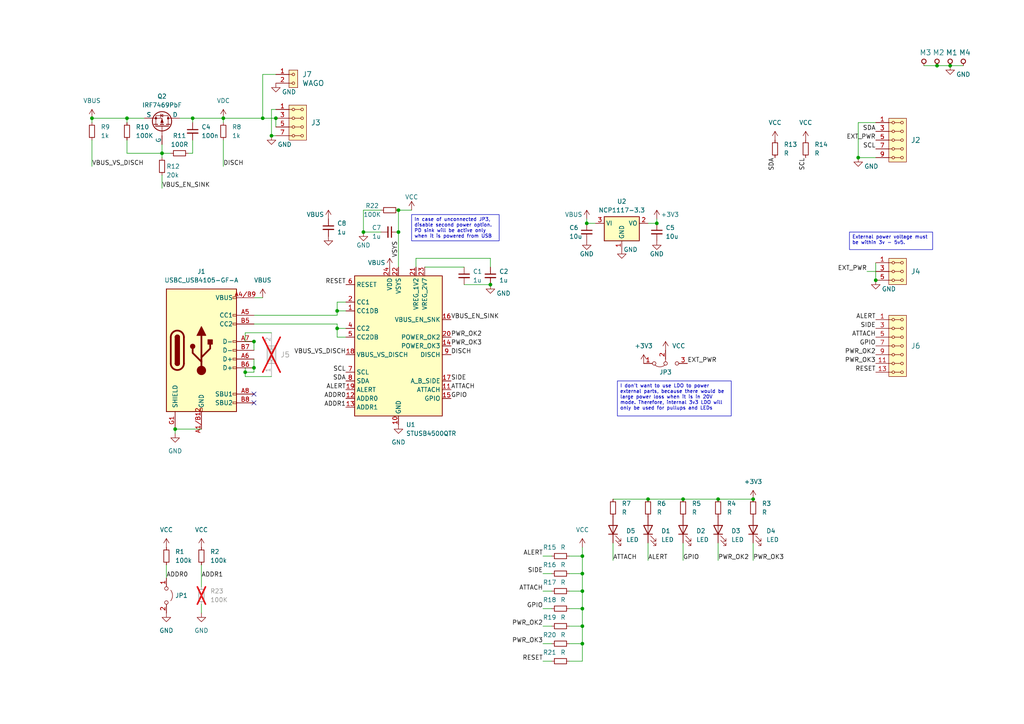
<source format=kicad_sch>
(kicad_sch (version 20230121) (generator eeschema)
  (paper "A4")
  (lib_symbols
    (symbol "Device:C_Small" (pin_numbers hide) (pin_names (offset 0.254) hide)
      (property "Reference" "C" (at 0.254 1.778 0))
      (property "Value" "C_Small" (at 0.254 -2.032 0))
      (symbol "C_Small_0_1"
        (polyline (pts (xy -1.524 -0.508) (xy 1.524 -0.508)) (stroke (width 0.3302)))
        (polyline (pts (xy -1.524 0.508) (xy 1.524 0.508)) (stroke (width 0.3048)))
      )
      (symbol "C_Small_1_1"
        (pin passive line (at 0 2.54 270) (length 2.032) (name "~") (number "1"))
        (pin passive line (at 0 -2.54 90) (length 2.032) (name "~") (number "2"))
      )
    )
    (symbol "Device:LED" (pin_numbers hide) (pin_names (offset 1.016) hide)
      (property "Reference" "D" (at 0 2.54 0))
      (property "Value" "LED" (at 0 -2.54 0))
      (symbol "LED_0_1"
        (polyline (pts (xy -1.27 -1.27) (xy -1.27 1.27)) (stroke (width 0.254)))
        (polyline (pts (xy -1.27 0) (xy 1.27 0)))
        (polyline (pts (xy 1.27 -1.27) (xy 1.27 1.27) (xy -1.27 0) (xy 1.27 -1.27)) (stroke (width 0.254)))
        (polyline (pts (xy -3.048 -0.762) (xy -4.572 -2.286) (xy -3.81 -2.286) (xy -4.572 -2.286) (xy -4.572 -1.524)))
        (polyline (pts (xy -1.778 -0.762) (xy -3.302 -2.286) (xy -2.54 -2.286) (xy -3.302 -2.286) (xy -3.302 -1.524)))
      )
      (symbol "LED_1_1"
        (pin passive line (at -3.81 0 0) (length 2.54) (name "K") (number "1"))
        (pin passive line (at 3.81 0 180) (length 2.54) (name "A") (number "2"))
      )
    )
    (symbol "Device:R_Small" (pin_numbers hide) (pin_names (offset 0.254) hide)
      (property "Reference" "R" (at 0.762 0.508 0))
      (property "Value" "R_Small" (at 0.762 -1.016 0))
      (symbol "R_Small_0_1"
        (rectangle (start -0.762 1.778) (end 0.762 -1.778) (stroke (width 0.2032)))
      )
      (symbol "R_Small_1_1"
        (pin passive line (at 0 2.54 270) (length 0.762) (name "~") (number "1"))
        (pin passive line (at 0 -2.54 90) (length 0.762) (name "~") (number "2"))
      )
    )
    (symbol "Interface_USB:STUSB4500QTR"
      (property "Reference" "U" (at -12.7 21.59 0))
      (property "Value" "STUSB4500QTR" (at 8.89 -21.59 0))
      (symbol "STUSB4500QTR_0_1"
        (rectangle (start -12.7 20.32) (end 12.7 -20.32) (stroke (width 0.254)) (fill (type background)))
      )
      (symbol "STUSB4500QTR_1_1"
        (pin bidirectional line (at -15.24 10.16 0) (length 2.54) (name "CC1DB") (number "1"))
        (pin power_in line (at 0 -22.86 90) (length 2.54) (name "GND") (number "10"))
        (pin open_collector line (at 15.24 -12.7 180) (length 2.54) (name "ATTACH") (number "11"))
        (pin input line (at -15.24 -15.24 0) (length 2.54) (name "ADDR0") (number "12"))
        (pin input line (at -15.24 -17.78 0) (length 2.54) (name "ADDR1") (number "13"))
        (pin open_collector line (at 15.24 0 180) (length 2.54) (name "POWER_OK3") (number "14"))
        (pin open_collector line (at 15.24 -15.24 180) (length 2.54) (name "GPIO") (number "15"))
        (pin open_collector line (at 15.24 7.62 180) (length 2.54) (name "VBUS_EN_SNK") (number "16"))
        (pin open_collector line (at 15.24 -10.16 180) (length 2.54) (name "A_B_SIDE") (number "17"))
        (pin input line (at -15.24 -2.54 0) (length 2.54) (name "VBUS_VS_DISCH") (number "18"))
        (pin open_collector line (at -15.24 -12.7 0) (length 2.54) (name "ALERT") (number "19"))
        (pin bidirectional line (at -15.24 12.7 0) (length 2.54) (name "CC1") (number "2"))
        (pin open_collector line (at 15.24 2.54 180) (length 2.54) (name "POWER_OK2") (number "20"))
        (pin power_out line (at 5.08 22.86 270) (length 2.54) (name "VREG_1V2") (number "21"))
        (pin power_in line (at 0 22.86 270) (length 2.54) (name "VSYS") (number "22"))
        (pin power_out line (at 7.62 22.86 270) (length 2.54) (name "VREG_2V7") (number "23"))
        (pin power_in line (at -2.54 22.86 270) (length 2.54) (name "VDD") (number "24"))
        (pin passive line (at 0 -22.86 90) (length 2.54) hide (name "GND") (number "25"))
        (pin no_connect line (at -12.7 15.24 0) (length 2.54) hide (name "NC") (number "3"))
        (pin bidirectional line (at -15.24 5.08 0) (length 2.54) (name "CC2") (number "4"))
        (pin bidirectional line (at -15.24 2.54 0) (length 2.54) (name "CC2DB") (number "5"))
        (pin input line (at -15.24 17.78 0) (length 2.54) (name "RESET") (number "6"))
        (pin input line (at -15.24 -7.62 0) (length 2.54) (name "SCL") (number "7"))
        (pin bidirectional line (at -15.24 -10.16 0) (length 2.54) (name "SDA") (number "8"))
        (pin bidirectional line (at 15.24 -2.54 180) (length 2.54) (name "DISCH") (number "9"))
      )
    )
    (symbol "Jumper:Jumper_2_Open" (pin_names (offset 0) hide)
      (property "Reference" "JP" (at 0 2.794 0))
      (property "Value" "Jumper_2_Open" (at 0 -2.286 0))
      (symbol "Jumper_2_Open_0_0"
        (circle (center -2.032 0) (radius 0.508))
        (circle (center 2.032 0) (radius 0.508))
      )
      (symbol "Jumper_2_Open_0_1"
        (arc (start 1.524 1.27) (mid 0 1.778) (end -1.524 1.27))
      )
      (symbol "Jumper_2_Open_1_1"
        (pin passive line (at -5.08 0 0) (length 2.54) (name "A") (number "1"))
        (pin passive line (at 5.08 0 180) (length 2.54) (name "B") (number "2"))
      )
    )
    (symbol "Jumper:Jumper_3_Bridged12" (pin_names (offset 0) hide)
      (property "Reference" "JP" (at -2.54 -2.54 0))
      (property "Value" "Jumper_3_Bridged12" (at 0 2.794 0))
      (symbol "Jumper_3_Bridged12_0_0"
        (circle (center -3.302 0) (radius 0.508))
        (circle (center 0 0) (radius 0.508))
        (circle (center 3.302 0) (radius 0.508))
      )
      (symbol "Jumper_3_Bridged12_0_1"
        (arc (start -0.254 0.508) (mid -1.651 0.9912) (end -3.048 0.508))
        (polyline (pts (xy 0 -1.27) (xy 0 -0.508)))
      )
      (symbol "Jumper_3_Bridged12_1_1"
        (pin passive line (at -6.35 0 0) (length 2.54) (name "A") (number "1"))
        (pin passive line (at 0 -3.81 90) (length 2.54) (name "C") (number "2"))
        (pin passive line (at 6.35 0 180) (length 2.54) (name "B") (number "3"))
      )
    )
    (symbol "MLAB_CONNECTORS:USBC_USB4105-GF-A" (pin_names (offset 1.016))
      (property "Reference" "J" (at -10.16 19.05 0))
      (property "Value" "USBC_USB4105-GF-A" (at 19.05 19.05 0))
      (symbol "USBC_USB4105-GF-A_0_0"
        (rectangle (start -0.254 -17.78) (end 0.254 -16.764))
        (rectangle (start 10.16 -14.986) (end 9.144 -15.494))
        (rectangle (start 10.16 -12.446) (end 9.144 -12.954))
        (rectangle (start 10.16 -4.826) (end 9.144 -5.334))
        (rectangle (start 10.16 -2.286) (end 9.144 -2.794))
        (rectangle (start 10.16 0.254) (end 9.144 -0.254))
        (rectangle (start 10.16 2.794) (end 9.144 2.286))
        (rectangle (start 10.16 7.874) (end 9.144 7.366))
        (rectangle (start 10.16 10.414) (end 9.144 9.906))
        (rectangle (start 10.16 15.494) (end 9.144 14.986))
      )
      (symbol "USBC_USB4105-GF-A_0_1"
        (rectangle (start -10.16 17.78) (end 10.16 -17.78) (stroke (width 0.254)) (fill (type background)))
        (arc (start -8.89 -3.81) (mid -6.985 -5.7067) (end -5.08 -3.81) (stroke (width 0.508)))
        (arc (start -7.62 -3.81) (mid -6.985 -4.4423) (end -6.35 -3.81) (stroke (width 0.254)))
        (arc (start -7.62 -3.81) (mid -6.985 -4.4423) (end -6.35 -3.81) (stroke (width 0.254)) (fill (type outline)))
        (rectangle (start -7.62 -3.81) (end -6.35 3.81) (stroke (width 0.254)) (fill (type outline)))
        (arc (start -6.35 3.81) (mid -6.985 4.4423) (end -7.62 3.81) (stroke (width 0.254)))
        (arc (start -6.35 3.81) (mid -6.985 4.4423) (end -7.62 3.81) (stroke (width 0.254)) (fill (type outline)))
        (arc (start -5.08 3.81) (mid -6.985 5.7067) (end -8.89 3.81) (stroke (width 0.508)))
        (circle (center -2.54 1.143) (radius 0.635) (stroke (width 0.254)) (fill (type outline)))
        (circle (center 0 -5.842) (radius 1.27) (fill (type outline)))
        (polyline (pts (xy -8.89 -3.81) (xy -8.89 3.81)) (stroke (width 0.508)))
        (polyline (pts (xy -5.08 3.81) (xy -5.08 -3.81)) (stroke (width 0.508)))
        (polyline (pts (xy 0 -5.842) (xy 0 4.318)) (stroke (width 0.508)))
        (polyline (pts (xy 0 -3.302) (xy -2.54 -0.762) (xy -2.54 0.508)) (stroke (width 0.508)))
        (polyline (pts (xy 0 -2.032) (xy 2.54 0.508) (xy 2.54 1.778)) (stroke (width 0.508)))
        (polyline (pts (xy -1.27 4.318) (xy 0 6.858) (xy 1.27 4.318) (xy -1.27 4.318)) (stroke (width 0.254)) (fill (type outline)))
        (rectangle (start 1.905 1.778) (end 3.175 3.048) (stroke (width 0.254)) (fill (type outline)))
      )
      (symbol "USBC_USB4105-GF-A_1_1"
        (pin passive line (at 0 -22.86 90) (length 5.08) (name "GND") (number "A1/B12"))
        (pin passive line (at 15.24 15.24 180) (length 5.08) (name "VBUS") (number "A4/B9"))
        (pin bidirectional line (at 15.24 10.16 180) (length 5.08) (name "CC1") (number "A5"))
        (pin bidirectional line (at 15.24 -2.54 180) (length 5.08) (name "D+") (number "A6"))
        (pin bidirectional line (at 15.24 2.54 180) (length 5.08) (name "D-") (number "A7"))
        (pin bidirectional line (at 15.24 -12.7 180) (length 5.08) (name "SBU1") (number "A8"))
        (pin passive line (at 0 -22.86 90) (length 5.08) hide (name "GND") (number "B1/A12"))
        (pin passive line (at 15.24 15.24 180) (length 5.08) hide (name "VBUS") (number "B4/A9"))
        (pin bidirectional line (at 15.24 7.62 180) (length 5.08) (name "CC2") (number "B5"))
        (pin bidirectional line (at 15.24 -5.08 180) (length 5.08) (name "D+") (number "B6"))
        (pin bidirectional line (at 15.24 0 180) (length 5.08) (name "D-") (number "B7"))
        (pin bidirectional line (at 15.24 -15.24 180) (length 5.08) (name "SBU2") (number "B8"))
        (pin passive line (at -7.62 -22.86 90) (length 5.08) (name "SHIELD") (number "G1"))
        (pin passive line (at -7.62 -22.86 90) (length 5.08) hide (name "SHIELD") (number "G2"))
        (pin passive line (at -7.62 -22.86 90) (length 5.08) hide (name "SHIELD") (number "G3"))
        (pin passive line (at -7.62 -22.86 90) (length 5.08) hide (name "SHIELD") (number "G4"))
      )
    )
    (symbol "MLAB_HEADER:HEADER_1x02" (pin_names (offset 1.016))
      (property "Reference" "J" (at 0 -3.81 0))
      (property "Value" "HEADER_1x02" (at 0 3.81 0))
      (symbol "HEADER_1x02_0_1"
        (rectangle (start -1.27 2.54) (end 1.27 -2.54) (fill (type background)))
        (circle (center 0 -1.27) (radius 0.381))
        (polyline (pts (xy -1.27 -1.27) (xy -0.381 -1.27)))
        (polyline (pts (xy -1.27 1.27) (xy -0.381 1.27)))
        (circle (center 0 1.27) (radius 0.381))
      )
      (symbol "HEADER_1x02_1_1"
        (pin input line (at -5.08 1.27 0) (length 3.81) (name "~") (number "1"))
        (pin input line (at -5.08 -1.27 0) (length 3.81) (name "~") (number "2"))
      )
    )
    (symbol "MLAB_HEADER:HEADER_2x01" (pin_names (offset 1.016))
      (property "Reference" "J" (at 0 -2.54 0))
      (property "Value" "HEADER_2x01" (at 0 2.54 0))
      (symbol "HEADER_2x01_0_1"
        (rectangle (start -2.54 1.27) (end 2.54 -1.27) (fill (type background)))
        (circle (center -1.27 0) (radius 0.381))
        (polyline (pts (xy -1.651 0) (xy -2.54 0)))
        (polyline (pts (xy 1.651 0) (xy 2.54 0)))
        (circle (center 1.27 0) (radius 0.381))
      )
      (symbol "HEADER_2x01_1_1"
        (pin input line (at -6.35 0 0) (length 3.81) (name "~") (number "1"))
        (pin input line (at 6.35 0 180) (length 3.81) (name "~") (number "2"))
      )
    )
    (symbol "MLAB_HEADER:HEADER_2x03_PARALLEL" (pin_names (offset 1.016))
      (property "Reference" "J" (at 0 -5.08 0))
      (property "Value" "HEADER_2x03_PARALLEL" (at 0 5.08 0))
      (symbol "HEADER_2x03_PARALLEL_0_1"
        (rectangle (start -2.54 3.81) (end 2.54 -3.81) (fill (type background)))
        (circle (center -1.27 -2.54) (radius 0.381))
        (circle (center -1.27 0) (radius 0.381))
        (circle (center -1.27 2.54) (radius 0.381))
        (polyline (pts (xy -1.651 -2.54) (xy -2.54 -2.54)))
        (polyline (pts (xy -1.651 0) (xy -2.54 0)))
        (polyline (pts (xy -1.651 2.54) (xy -2.54 2.54)))
        (polyline (pts (xy -0.889 -2.54) (xy 0.889 -2.54)))
        (polyline (pts (xy -0.889 0) (xy 0.889 0)))
        (polyline (pts (xy -0.889 2.54) (xy 0.889 2.54)))
        (circle (center 1.27 -2.54) (radius 0.381))
        (circle (center 1.27 0) (radius 0.381))
        (circle (center 1.27 2.54) (radius 0.381))
      )
      (symbol "HEADER_2x03_PARALLEL_1_1"
        (pin input line (at -6.35 2.54 0) (length 3.81) (name "~") (number "1"))
        (pin input line (at -6.35 2.54 0) (length 3.81) hide (name "~") (number "2"))
        (pin input line (at -6.35 0 0) (length 3.81) (name "~") (number "3"))
        (pin input line (at -6.35 0 0) (length 3.81) hide (name "~") (number "4"))
        (pin input line (at -6.35 -2.54 0) (length 3.81) (name "~") (number "5"))
        (pin input line (at -6.35 -2.54 0) (length 3.81) hide (name "~") (number "6"))
      )
    )
    (symbol "MLAB_HEADER:HEADER_2x04_PARALLEL" (pin_names (offset 1.016))
      (property "Reference" "J" (at 0 -6.35 0))
      (property "Value" "HEADER_2x04_PARALLEL" (at 0 6.35 0))
      (symbol "HEADER_2x04_PARALLEL_0_1"
        (rectangle (start -2.54 5.08) (end 2.54 -5.08) (fill (type background)))
        (circle (center -1.27 -3.81) (radius 0.381))
        (circle (center -1.27 -1.27) (radius 0.381))
        (circle (center -1.27 1.27) (radius 0.381))
        (circle (center -1.27 3.81) (radius 0.381))
        (polyline (pts (xy -1.651 -3.81) (xy -2.54 -3.81)))
        (polyline (pts (xy -1.651 -1.27) (xy -2.54 -1.27)))
        (polyline (pts (xy -1.651 1.27) (xy -2.54 1.27)))
        (polyline (pts (xy -1.651 3.81) (xy -2.54 3.81)))
        (polyline (pts (xy -0.889 -3.81) (xy 0.889 -3.81)))
        (polyline (pts (xy -0.889 -1.27) (xy 0.889 -1.27)))
        (polyline (pts (xy -0.889 1.27) (xy 0.889 1.27)))
        (polyline (pts (xy -0.889 3.81) (xy 0.889 3.81)))
        (circle (center 1.27 -3.81) (radius 0.381))
        (circle (center 1.27 -1.27) (radius 0.381))
        (circle (center 1.27 1.27) (radius 0.381))
        (circle (center 1.27 3.81) (radius 0.381))
      )
      (symbol "HEADER_2x04_PARALLEL_1_1"
        (pin input line (at -6.35 3.81 0) (length 3.81) (name "~") (number "1"))
        (pin input line (at -6.35 3.81 0) (length 3.81) hide (name "~") (number "2"))
        (pin input line (at -6.35 1.27 0) (length 3.81) (name "~") (number "3"))
        (pin input line (at -6.35 1.27 0) (length 3.81) hide (name "~") (number "4"))
        (pin input line (at -6.35 -1.27 0) (length 3.81) (name "~") (number "5"))
        (pin input line (at -6.35 -1.27 0) (length 3.81) hide (name "~") (number "6"))
        (pin input line (at -6.35 -3.81 0) (length 3.81) (name "~") (number "7"))
        (pin input line (at -6.35 -3.81 0) (length 3.81) hide (name "~") (number "8"))
      )
    )
    (symbol "MLAB_HEADER:HEADER_2x05_PARALLEL" (pin_names (offset 1.016))
      (property "Reference" "J" (at 0 -7.62 0))
      (property "Value" "HEADER_2x05_PARALLEL" (at 0 7.62 0))
      (symbol "HEADER_2x05_PARALLEL_0_1"
        (rectangle (start -2.54 6.35) (end 2.54 -6.35) (fill (type background)))
        (circle (center -1.27 -5.08) (radius 0.381))
        (circle (center -1.27 -2.54) (radius 0.381))
        (circle (center -1.27 0) (radius 0.381))
        (circle (center -1.27 2.54) (radius 0.381))
        (circle (center -1.27 5.08) (radius 0.381))
        (polyline (pts (xy -1.651 -5.08) (xy -2.54 -5.08)))
        (polyline (pts (xy -1.651 -2.54) (xy -2.54 -2.54)))
        (polyline (pts (xy -1.651 0) (xy -2.54 0)))
        (polyline (pts (xy -1.651 2.54) (xy -2.54 2.54)))
        (polyline (pts (xy -1.651 5.08) (xy -2.54 5.08)))
        (polyline (pts (xy -0.889 -5.08) (xy 0.889 -5.08)))
        (polyline (pts (xy -0.889 -2.54) (xy 0.889 -2.54)))
        (polyline (pts (xy -0.889 0) (xy 0.889 0)))
        (polyline (pts (xy -0.889 2.54) (xy 0.889 2.54)))
        (polyline (pts (xy -0.889 5.08) (xy 0.889 5.08)))
        (circle (center 1.27 -5.08) (radius 0.381))
        (circle (center 1.27 -2.54) (radius 0.381))
        (circle (center 1.27 0) (radius 0.381))
        (circle (center 1.27 2.54) (radius 0.381))
        (circle (center 1.27 5.08) (radius 0.381))
      )
      (symbol "HEADER_2x05_PARALLEL_1_1"
        (pin input line (at -6.35 5.08 0) (length 3.81) (name "~") (number "1"))
        (pin input line (at -6.35 -5.08 0) (length 3.81) hide (name "~") (number "10"))
        (pin input line (at -6.35 5.08 0) (length 3.81) hide (name "~") (number "2"))
        (pin input line (at -6.35 2.54 0) (length 3.81) (name "~") (number "3"))
        (pin input line (at -6.35 2.54 0) (length 3.81) hide (name "~") (number "4"))
        (pin input line (at -6.35 0 0) (length 3.81) (name "~") (number "5"))
        (pin input line (at -6.35 0 0) (length 3.81) hide (name "~") (number "6"))
        (pin input line (at -6.35 -2.54 0) (length 3.81) (name "~") (number "7"))
        (pin input line (at -6.35 -2.54 0) (length 3.81) hide (name "~") (number "8"))
        (pin input line (at -6.35 -5.08 0) (length 3.81) (name "~") (number "9"))
      )
    )
    (symbol "MLAB_HEADER:HEADER_2x07_PARALLEL" (pin_names (offset 1.016))
      (property "Reference" "J" (at 0 -10.16 0))
      (property "Value" "HEADER_2x07_PARALLEL" (at 0 10.16 0))
      (symbol "HEADER_2x07_PARALLEL_0_1"
        (rectangle (start -2.54 8.89) (end 2.54 -8.89) (fill (type background)))
        (circle (center -1.27 -7.62) (radius 0.381))
        (circle (center -1.27 -5.08) (radius 0.381))
        (circle (center -1.27 -2.54) (radius 0.381))
        (circle (center -1.27 0) (radius 0.381))
        (circle (center -1.27 2.54) (radius 0.381))
        (circle (center -1.27 5.08) (radius 0.381))
        (circle (center -1.27 7.62) (radius 0.381))
        (polyline (pts (xy -1.651 -7.62) (xy -2.54 -7.62)))
        (polyline (pts (xy -1.651 -5.08) (xy -2.54 -5.08)))
        (polyline (pts (xy -1.651 -2.54) (xy -2.54 -2.54)))
        (polyline (pts (xy -1.651 0) (xy -2.54 0)))
        (polyline (pts (xy -1.651 2.54) (xy -2.54 2.54)))
        (polyline (pts (xy -1.651 5.08) (xy -2.54 5.08)))
        (polyline (pts (xy -1.651 7.62) (xy -2.54 7.62)))
        (polyline (pts (xy -0.889 -7.62) (xy 0.889 -7.62)))
        (polyline (pts (xy -0.889 -5.08) (xy 0.889 -5.08)))
        (polyline (pts (xy -0.889 -2.54) (xy 0.889 -2.54)))
        (polyline (pts (xy -0.889 0) (xy 0.889 0)))
        (polyline (pts (xy -0.889 2.54) (xy 0.889 2.54)))
        (polyline (pts (xy -0.889 5.08) (xy 0.889 5.08)))
        (polyline (pts (xy -0.889 7.62) (xy 0.889 7.62)))
        (circle (center 1.27 -7.62) (radius 0.381))
        (circle (center 1.27 -5.08) (radius 0.381))
        (circle (center 1.27 -2.54) (radius 0.381))
        (circle (center 1.27 0) (radius 0.381))
        (circle (center 1.27 2.54) (radius 0.381))
        (circle (center 1.27 5.08) (radius 0.381))
        (circle (center 1.27 7.62) (radius 0.381))
      )
      (symbol "HEADER_2x07_PARALLEL_1_1"
        (pin input line (at -6.35 7.62 0) (length 3.81) (name "~") (number "1"))
        (pin input line (at -6.35 -2.54 0) (length 3.81) hide (name "~") (number "10"))
        (pin input line (at -6.35 -5.08 0) (length 3.81) (name "~") (number "11"))
        (pin input line (at -6.35 -5.08 0) (length 3.81) hide (name "~") (number "12"))
        (pin input line (at -6.35 -7.62 0) (length 3.81) (name "~") (number "13"))
        (pin input line (at -6.35 -7.62 0) (length 3.81) hide (name "~") (number "14"))
        (pin input line (at -6.35 7.62 0) (length 3.81) hide (name "~") (number "2"))
        (pin input line (at -6.35 5.08 0) (length 3.81) (name "~") (number "3"))
        (pin input line (at -6.35 5.08 0) (length 3.81) hide (name "~") (number "4"))
        (pin input line (at -6.35 2.54 0) (length 3.81) (name "~") (number "5"))
        (pin input line (at -6.35 2.54 0) (length 3.81) hide (name "~") (number "6"))
        (pin input line (at -6.35 0 0) (length 3.81) (name "~") (number "7"))
        (pin input line (at -6.35 0 0) (length 3.81) hide (name "~") (number "8"))
        (pin input line (at -6.35 -2.54 0) (length 3.81) (name "~") (number "9"))
      )
    )
    (symbol "MLAB_MECHANICAL:HOLE" (pin_numbers hide) (pin_names (offset 1.016) hide)
      (property "Reference" "M" (at 0 2.54 0))
      (property "Value" "HOLE" (at 0 -2.54 0))
      (symbol "HOLE_0_1"
        (circle (center 0 0) (radius 0.635) (stroke (width 0.254)))
      )
      (symbol "HOLE_1_1"
        (pin input line (at 1.27 0 180) (length 0.635) (name "~") (number "1"))
      )
    )
    (symbol "MLAB_T:IRF7469PbF" (pin_numbers hide) (pin_names (offset 0))
      (property "Reference" "Q2" (at 8.89 0 90))
      (property "Value" "IRF7469PbF" (at 6.35 0 90))
      (symbol "IRF7469PbF_0_1"
        (polyline (pts (xy 0.254 0) (xy -2.54 0)))
        (polyline (pts (xy 0.254 1.905) (xy 0.254 -1.905)) (stroke (width 0.254)))
        (polyline (pts (xy 0.762 -1.27) (xy 0.762 -2.286)) (stroke (width 0.254)))
        (polyline (pts (xy 0.762 0.508) (xy 0.762 -0.508)) (stroke (width 0.254)))
        (polyline (pts (xy 0.762 2.286) (xy 0.762 1.27)) (stroke (width 0.254)))
        (polyline (pts (xy 2.54 2.54) (xy 2.54 1.778)))
        (polyline (pts (xy 2.54 -2.54) (xy 2.54 0) (xy 0.762 0)))
        (polyline (pts (xy 0.762 1.778) (xy 3.302 1.778) (xy 3.302 -1.778) (xy 0.762 -1.778)))
        (polyline (pts (xy 2.286 0) (xy 1.27 0.381) (xy 1.27 -0.381) (xy 2.286 0)) (fill (type outline)))
        (polyline (pts (xy 2.794 -0.508) (xy 2.921 -0.381) (xy 3.683 -0.381) (xy 3.81 -0.254)))
        (polyline (pts (xy 3.302 -0.381) (xy 2.921 0.254) (xy 3.683 0.254) (xy 3.302 -0.381)))
        (circle (center 1.651 0) (radius 2.794) (stroke (width 0.254)))
        (circle (center 2.54 -1.778) (radius 0.254) (fill (type outline)))
        (circle (center 2.54 1.778) (radius 0.254) (fill (type outline)))
      )
      (symbol "IRF7469PbF_1_0"
        (pin passive line (at 2.54 -5.08 90) (length 2.54) (name "S") (number "2"))
        (pin passive line (at 2.54 -5.08 90) (length 2.54) hide (name "S") (number "3"))
        (pin passive line (at -5.08 0 0) (length 2.54) (name "G") (number "4"))
        (pin passive line (at 2.54 5.08 270) (length 2.54) (name "D") (number "5"))
        (pin passive line (at 2.54 5.08 270) (length 2.54) hide (name "D") (number "6"))
        (pin passive line (at 2.54 5.08 270) (length 2.54) hide (name "D") (number "7"))
        (pin passive line (at 2.54 5.08 270) (length 2.54) hide (name "D") (number "8"))
      )
      (symbol "IRF7469PbF_1_1"
        (pin passive line (at 2.54 -5.08 90) (length 2.54) (name "S") (number "1"))
      )
    )
    (symbol "Regulator_Linear:NCP1117-3.3_SOT223"
      (property "Reference" "U" (at -3.81 3.175 0))
      (property "Value" "NCP1117-3.3_SOT223" (at 0 3.175 0))
      (symbol "NCP1117-3.3_SOT223_0_1"
        (rectangle (start -5.08 -5.08) (end 5.08 1.905) (stroke (width 0.254)) (fill (type background)))
      )
      (symbol "NCP1117-3.3_SOT223_1_1"
        (pin power_in line (at 0 -7.62 90) (length 2.54) (name "GND") (number "1"))
        (pin power_out line (at 7.62 0 180) (length 2.54) (name "VO") (number "2"))
        (pin power_in line (at -7.62 0 0) (length 2.54) (name "VI") (number "3"))
      )
    )
    (symbol "power:+3V3" (power) (pin_names (offset 0))
      (property "Value" "+3V3" (at 0 3.556 0))
      (symbol "+3V3_0_1"
        (polyline (pts (xy -0.762 1.27) (xy 0 2.54)))
        (polyline (pts (xy 0 0) (xy 0 2.54)))
        (polyline (pts (xy 0 2.54) (xy 0.762 1.27)))
      )
      (symbol "+3V3_1_1"
        (pin power_in line (at 0 0 90) (length 0) hide (name "+3V3") (number "1"))
      )
    )
    (symbol "power:GND" (power) (pin_names (offset 0))
      (property "Value" "GND" (at 0 -3.81 0))
      (symbol "GND_0_1"
        (polyline (pts (xy 0 0) (xy 0 -1.27) (xy 1.27 -1.27) (xy 0 -2.54) (xy -1.27 -1.27) (xy 0 -1.27)))
      )
      (symbol "GND_1_1"
        (pin power_in line (at 0 0 270) (length 0) hide (name "GND") (number "1"))
      )
    )
    (symbol "power:VBUS" (power) (pin_names (offset 0))
      (property "Value" "VBUS" (at 0 3.81 0))
      (symbol "VBUS_0_1"
        (polyline (pts (xy -0.762 1.27) (xy 0 2.54)))
        (polyline (pts (xy 0 0) (xy 0 2.54)))
        (polyline (pts (xy 0 2.54) (xy 0.762 1.27)))
      )
      (symbol "VBUS_1_1"
        (pin power_in line (at 0 0 90) (length 0) hide (name "VBUS") (number "1"))
      )
    )
    (symbol "power:VCC" (power) (pin_names (offset 0))
      (property "Value" "VCC" (at 0 3.81 0))
      (symbol "VCC_0_1"
        (polyline (pts (xy -0.762 1.27) (xy 0 2.54)))
        (polyline (pts (xy 0 0) (xy 0 2.54)))
        (polyline (pts (xy 0 2.54) (xy 0.762 1.27)))
      )
      (symbol "VCC_1_1"
        (pin power_in line (at 0 0 90) (length 0) hide (name "VCC") (number "1"))
      )
    )
    (symbol "power:VDC" (power) (pin_names (offset 0))
      (property "Value" "VDC" (at 0 6.35 0))
      (symbol "VDC_0_1"
        (polyline (pts (xy -0.762 1.27) (xy 0 2.54)))
        (polyline (pts (xy 0 0) (xy 0 2.54)))
        (polyline (pts (xy 0 2.54) (xy 0.762 1.27)))
      )
      (symbol "VDC_1_1"
        (pin power_in line (at 0 0 90) (length 0) hide (name "VDC") (number "1"))
      )
    )
  )
  (junction (at 218.44 144.78))
  (junction (at 198.12 144.78))
  (junction (at 168.91 181.61))
  (junction (at 168.91 186.69))
  (junction (at 73.66 99.06))
  (junction (at 50.8 124.46))
  (junction (at 190.5 64.77))
  (junction (at 275.59 19.05))
  (junction (at 187.96 144.78))
  (junction (at 46.99 44.45))
  (junction (at 64.77 34.29))
  (junction (at 254 81.28))
  (junction (at 170.18 64.77))
  (junction (at 78.74 39.37))
  (junction (at 97.79 95.25))
  (junction (at 76.2 34.29))
  (junction (at 73.66 106.68))
  (junction (at 26.67 34.29))
  (junction (at 71.12 107.95))
  (junction (at 168.91 171.45))
  (junction (at 115.57 60.96))
  (junction (at 168.91 161.29))
  (junction (at 105.41 67.31))
  (junction (at 115.57 67.31))
  (junction (at 168.91 176.53))
  (junction (at 142.24 82.55))
  (junction (at 80.01 34.29))
  (junction (at 168.91 166.37))
  (junction (at 97.79 90.17))
  (junction (at 208.28 144.78))
  (junction (at 271.78 19.05))
  (junction (at 55.88 34.29))
  (junction (at 36.83 34.29))
  (junction (at 248.92 45.72))
  (no_connect (at 73.66 116.84))
  (no_connect (at 73.66 114.3))
  (wire (pts (xy 134.62 82.55) (xy 142.24 82.55)))
  (wire (pts (xy 105.41 60.96) (xy 110.49 60.96)))
  (wire (pts (xy 58.42 175.26) (xy 58.42 177.8)))
  (wire (pts (xy 105.41 67.31) (xy 110.49 67.31)))
  (wire (pts (xy 55.88 34.29) (xy 55.88 35.56)))
  (wire (pts (xy 168.91 158.75) (xy 168.91 161.29)))
  (wire (pts (xy 187.96 144.78) (xy 198.12 144.78)))
  (wire (pts (xy 165.1 186.69) (xy 168.91 186.69)))
  (wire (pts (xy 46.99 41.91) (xy 46.99 44.45)))
  (wire (pts (xy 165.1 191.77) (xy 168.91 191.77)))
  (wire (pts (xy 157.48 161.29) (xy 160.02 161.29)))
  (wire (pts (xy 97.79 93.98) (xy 97.79 95.25)))
  (wire (pts (xy 157.48 176.53) (xy 160.02 176.53)))
  (wire (pts (xy 115.57 60.96) (xy 119.38 60.96)))
  (wire (pts (xy 54.61 44.45) (xy 55.88 44.45)))
  (wire (pts (xy 78.74 31.75) (xy 80.01 31.75)))
  (wire (pts (xy 271.78 19.05) (xy 275.59 19.05)))
  (wire (pts (xy 165.1 166.37) (xy 168.91 166.37)))
  (wire (pts (xy 157.48 166.37) (xy 160.02 166.37)))
  (wire (pts (xy 80.01 34.29) (xy 80.01 36.83)))
  (wire (pts (xy 73.66 104.14) (xy 73.66 106.68)))
  (wire (pts (xy 36.83 40.64) (xy 36.83 44.45)))
  (wire (pts (xy 168.91 166.37) (xy 168.91 171.45)))
  (wire (pts (xy 97.79 97.79) (xy 100.33 97.79)))
  (wire (pts (xy 254 76.2) (xy 254 81.28)))
  (wire (pts (xy 36.83 44.45) (xy 46.99 44.45)))
  (wire (pts (xy 73.66 106.68) (xy 73.66 107.95)))
  (wire (pts (xy 26.67 34.29) (xy 36.83 34.29)))
  (wire (pts (xy 115.57 60.96) (xy 115.57 67.31)))
  (wire (pts (xy 165.1 171.45) (xy 168.91 171.45)))
  (wire (pts (xy 58.42 163.83) (xy 58.42 170.18)))
  (wire (pts (xy 218.44 157.48) (xy 218.44 162.56)))
  (wire (pts (xy 187.96 157.48) (xy 187.96 162.56)))
  (wire (pts (xy 50.8 124.46) (xy 50.8 125.73)))
  (wire (pts (xy 168.91 176.53) (xy 168.91 181.61)))
  (wire (pts (xy 26.67 40.64) (xy 26.67 48.26)))
  (wire (pts (xy 55.88 40.64) (xy 55.88 44.45)))
  (wire (pts (xy 73.66 91.44) (xy 97.79 91.44)))
  (wire (pts (xy 52.07 34.29) (xy 55.88 34.29)))
  (wire (pts (xy 78.74 31.75) (xy 78.74 39.37)))
  (wire (pts (xy 46.99 50.8) (xy 46.99 54.61)))
  (wire (pts (xy 97.79 90.17) (xy 100.33 90.17)))
  (wire (pts (xy 46.99 44.45) (xy 49.53 44.45)))
  (wire (pts (xy 190.5 63.5) (xy 190.5 64.77)))
  (wire (pts (xy 76.2 86.36) (xy 73.66 86.36)))
  (wire (pts (xy 165.1 181.61) (xy 168.91 181.61)))
  (wire (pts (xy 73.66 106.68) (xy 71.12 106.68)))
  (wire (pts (xy 248.92 45.72) (xy 254 45.72)))
  (wire (pts (xy 115.57 67.31) (xy 115.57 77.47)))
  (wire (pts (xy 97.79 87.63) (xy 100.33 87.63)))
  (wire (pts (xy 198.12 144.78) (xy 208.28 144.78)))
  (wire (pts (xy 248.92 35.56) (xy 248.92 45.72)))
  (wire (pts (xy 36.83 34.29) (xy 41.91 34.29)))
  (wire (pts (xy 170.18 63.5) (xy 170.18 64.77)))
  (wire (pts (xy 48.26 163.83) (xy 48.26 167.64)))
  (wire (pts (xy 26.67 34.29) (xy 26.67 35.56)))
  (wire (pts (xy 168.91 171.45) (xy 168.91 176.53)))
  (wire (pts (xy 187.96 64.77) (xy 190.5 64.77)))
  (wire (pts (xy 71.12 107.95) (xy 71.12 109.22)))
  (wire (pts (xy 73.66 99.06) (xy 71.12 99.06)))
  (wire (pts (xy 55.88 34.29) (xy 64.77 34.29)))
  (wire (pts (xy 36.83 34.29) (xy 36.83 35.56)))
  (wire (pts (xy 76.2 21.59) (xy 76.2 34.29)))
  (wire (pts (xy 73.66 107.95) (xy 71.12 107.95)))
  (wire (pts (xy 157.48 186.69) (xy 160.02 186.69)))
  (wire (pts (xy 157.48 181.61) (xy 160.02 181.61)))
  (wire (pts (xy 64.77 34.29) (xy 64.77 35.56)))
  (wire (pts (xy 168.91 161.29) (xy 168.91 166.37)))
  (wire (pts (xy 76.2 34.29) (xy 80.01 34.29)))
  (wire (pts (xy 208.28 144.78) (xy 218.44 144.78)))
  (wire (pts (xy 105.41 67.31) (xy 105.41 60.96)))
  (wire (pts (xy 177.8 157.48) (xy 177.8 162.56)))
  (wire (pts (xy 168.91 186.69) (xy 168.91 191.77)))
  (wire (pts (xy 142.24 74.93) (xy 142.24 77.47)))
  (wire (pts (xy 168.91 181.61) (xy 168.91 186.69)))
  (wire (pts (xy 157.48 171.45) (xy 160.02 171.45)))
  (wire (pts (xy 165.1 176.53) (xy 168.91 176.53)))
  (wire (pts (xy 71.12 96.52) (xy 71.12 99.06)))
  (wire (pts (xy 248.92 35.56) (xy 254 35.56)))
  (wire (pts (xy 71.12 107.95) (xy 71.12 106.68)))
  (wire (pts (xy 64.77 40.64) (xy 64.77 48.26)))
  (wire (pts (xy 251.46 78.74) (xy 254 78.74)))
  (wire (pts (xy 64.77 34.29) (xy 76.2 34.29)))
  (wire (pts (xy 165.1 161.29) (xy 168.91 161.29)))
  (wire (pts (xy 50.8 124.46) (xy 58.42 124.46)))
  (wire (pts (xy 208.28 157.48) (xy 208.28 162.56)))
  (wire (pts (xy 97.79 87.63) (xy 97.79 90.17)))
  (wire (pts (xy 198.12 157.48) (xy 198.12 162.56)))
  (wire (pts (xy 157.48 191.77) (xy 160.02 191.77)))
  (wire (pts (xy 78.74 39.37) (xy 80.01 39.37)))
  (wire (pts (xy 97.79 90.17) (xy 97.79 91.44)))
  (wire (pts (xy 170.18 64.77) (xy 172.72 64.77)))
  (wire (pts (xy 97.79 95.25) (xy 97.79 97.79)))
  (wire (pts (xy 275.59 19.05) (xy 279.4 19.05)))
  (wire (pts (xy 76.2 21.59) (xy 80.01 21.59)))
  (wire (pts (xy 46.99 45.72) (xy 46.99 44.45)))
  (wire (pts (xy 97.79 95.25) (xy 100.33 95.25)))
  (wire (pts (xy 73.66 99.06) (xy 73.66 101.6)))
  (wire (pts (xy 123.19 77.47) (xy 134.62 77.47)))
  (wire (pts (xy 267.97 19.05) (xy 271.78 19.05)))
  (wire (pts (xy 120.65 74.93) (xy 120.65 77.47)))
  (wire (pts (xy 120.65 74.93) (xy 142.24 74.93)))
  (wire (pts (xy 177.8 144.78) (xy 187.96 144.78)))
  (wire (pts (xy 73.66 93.98) (xy 97.79 93.98)))
  (wire (pts (xy 71.12 109.22) (xy 78.74 109.22)))
  (wire (pts (xy 71.12 96.52) (xy 78.74 96.52)))
  (text_box "I don't want to use LDO to power external parts, because there would be large power loss when it is in 20V mode. Therefore, internal 3v3 LDO will only be used for pullups and LEDs" (at 179.07 110.49 0) (size 33.02 10.16) (effects (font (size 1 1)) (justify left top)))
  (text_box "External power voltage must be within 3v - 5v5. " (at 246.38 67.31 0) (size 24.13 5.08) (effects (font (size 1 1)) (justify left top)))
  (text_box "In case of unconnected JP3, disable second power option. PD sink will be active only when it is powered from USB" (at 119.38 62.23 0) (size 25.4 7.62) (effects (font (size 1 1)) (justify left top)))
  (label "DISCH" (at 130.81 102.87 0))
  (label "VBUS_VS_DISCH" (at 100.33 102.87 180))
  (label "ATTACH" (at 157.48 171.45 180))
  (label "SIDE" (at 157.48 166.37 180))
  (label "SCL" (at 100.33 107.95 180))
  (label "RESET" (at 100.33 82.55 180))
  (label "PWR_OK2" (at 254 102.87 180))
  (label "GPIO" (at 254 100.33 180))
  (label "ATTACH" (at 130.81 113.03 0))
  (label "PWR_OK2" (at 157.48 181.61 180))
  (label "SIDE" (at 254 95.25 180))
  (label "GPIO" (at 157.48 176.53 180))
  (label "SCL" (at 254 43.18 180))
  (label "VSYS" (at 115.57 69.85 270))
  (label "ATTACH" (at 177.8 162.56 0))
  (label "SDA" (at 254 38.1 180))
  (label "GPIO" (at 130.81 115.57 0))
  (label "ALERT" (at 157.48 161.29 180))
  (label "RESET" (at 157.48 191.77 180))
  (label "PWR_OK3" (at 130.81 100.33 0))
  (label "ADDR1" (at 100.33 118.11 180))
  (label "ATTACH" (at 254 97.79 180))
  (label "ADDR1" (at 58.42 167.64 0))
  (label "SCL" (at 233.68 45.72 270))
  (label "PWR_OK3" (at 218.44 162.56 0))
  (label "ADDR0" (at 100.33 115.57 180))
  (label "PWR_OK3" (at 157.48 186.69 180))
  (label "VBUS_VS_DISCH" (at 26.67 48.26 0))
  (label "ALERT" (at 187.96 162.56 0))
  (label "ALERT" (at 254 92.71 180))
  (label "GPIO" (at 198.12 162.56 0))
  (label "VBUS_EN_SINK" (at 46.99 54.61 0))
  (label "PWR_OK2" (at 130.81 97.79 0))
  (label "EXT_PWR" (at 199.39 105.41 0))
  (label "SDA" (at 100.33 110.49 180))
  (label "VBUS_EN_SINK" (at 130.81 92.71 0))
  (label "PWR_OK2" (at 208.28 162.56 0))
  (label "RESET" (at 254 107.95 180))
  (label "ALERT" (at 100.33 113.03 180))
  (label "EXT_PWR" (at 251.46 78.74 180))
  (label "ADDR0" (at 48.26 167.64 0))
  (label "SDA" (at 224.79 45.72 270))
  (label "EXT_PWR" (at 254 40.64 180))
  (label "DISCH" (at 64.77 48.26 0))
  (label "SIDE" (at 130.81 110.49 0))
  (label "PWR_OK3" (at 254 105.41 180))
  (symbol (lib_id "MLAB_HEADER:HEADER_2x01") (at 78.74 102.87 90) (unit 1) (in_bom no) (dnp yes)
    (property "Reference" "J5" (at 81.28 102.87 90) (effects (font (size 1.524 1.524)) (justify right)))
    (property "Value" "HEADER_2x01" (effects hide))
    (property "Footprint" "Connector_PinHeader_2.54mm:PinHeader_2x01_P2.54mm_Vertical" (effects hide))
  )
  (symbol (lib_id "Device:R_Small") (at 36.83 38.1 0) (unit 1)
    (property "Reference" "R10" (at 39.37 36.83 0) (effects (justify left)))
    (property "Value" "100K" (at 39.37 39.37 0) (effects (justify left)))
    (property "Footprint" "Resistor_SMD:R_0805_2012Metric" (effects hide))
  )
  (symbol (lib_id "Device:R_Small") (at 26.67 38.1 0) (unit 1)
    (property "Reference" "R9" (at 29.21 36.83 0) (effects (justify left)))
    (property "Value" "1k" (at 29.21 39.37 0) (effects (justify left)))
    (property "Footprint" "Resistor_SMD:R_0805_2012Metric" (effects hide))
  )
  (symbol (lib_id "power:+3V3") (at 218.44 144.78 0) (unit 1)
    (property "Reference" "#PWR014" (effects hide))
    (property "Value" "+3V3" (at 218.44 139.7 0))
  )
  (symbol (lib_id "power:GND") (at 80.01 24.13 0) (unit 1)
    (property "Reference" "#PWR025" (effects hide))
    (property "Value" "GND" (at 83.82 26.67 0))
  )
  (symbol (lib_id "Device:LED") (at 198.12 153.67 90) (unit 1)
    (property "Reference" "D2" (at 201.93 153.9875 90) (effects (justify right)))
    (property "Value" "LED" (at 201.93 156.5275 90) (effects (justify right)))
    (property "Footprint" "Mlab_D:LED_1206_2" (effects hide))
  )
  (symbol (lib_id "power:+3V3") (at 190.5 63.5 0) (unit 1)
    (property "Reference" "#PWR020" (effects hide))
    (property "Value" "+3V3" (at 194.31 62.23 0))
  )
  (symbol (lib_id "Device:R_Small") (at 162.56 176.53 270) (unit 1)
    (property "Reference" "R18" (at 157.48 173.99 90) (effects (justify left)))
    (property "Value" "R" (at 162.56 173.99 90) (effects (justify left)))
    (property "Footprint" "Resistor_SMD:R_0805_2012Metric" (effects hide))
  )
  (symbol (lib_id "power:+3V3") (at 186.69 105.41 0) (unit 1)
    (property "Reference" "#PWR021" (effects hide))
    (property "Value" "+3V3" (at 186.69 100.33 0))
  )
  (symbol (lib_id "Device:R_Small") (at 162.56 161.29 270) (unit 1)
    (property "Reference" "R15" (at 157.48 158.75 90) (effects (justify left)))
    (property "Value" "R" (at 162.56 158.75 90) (effects (justify left)))
    (property "Footprint" "Resistor_SMD:R_0805_2012Metric" (effects hide))
  )
  (symbol (lib_id "power:GND") (at 248.92 45.72 0) (unit 1)
    (property "Reference" "#PWR09" (effects hide))
    (property "Value" "GND" (at 252.73 48.26 0))
  )
  (symbol (lib_id "power:VCC") (at 58.42 158.75 0) (unit 1)
    (property "Reference" "#PWR03" (effects hide))
    (property "Value" "VCC" (at 58.42 153.67 0))
  )
  (symbol (lib_id "Device:C_Small") (at 55.88 38.1 0) (unit 1)
    (property "Reference" "C4" (at 58.42 36.8363 0) (effects (justify left)))
    (property "Value" "100n" (at 58.42 39.3763 0) (effects (justify left)))
    (property "Footprint" "Capacitor_SMD:C_0805_2012Metric" (effects hide))
  )
  (symbol (lib_id "power:VCC") (at 224.79 40.64 0) (unit 1)
    (property "Reference" "#PWR017" (effects hide))
    (property "Value" "VCC" (at 224.79 35.56 0))
  )
  (symbol (lib_id "power:GND") (at 105.41 67.31 0) (unit 1)
    (property "Reference" "#PWR012" (effects hide))
    (property "Value" "GND" (at 105.41 71.12 0))
  )
  (symbol (lib_id "power:VBUS") (at 26.67 34.29 0) (unit 1)
    (property "Reference" "#PWR08" (effects hide))
    (property "Value" "VBUS" (at 26.67 29.21 0))
  )
  (symbol (lib_id "Regulator_Linear:NCP1117-3.3_SOT223") (at 180.34 64.77 0) (unit 1)
    (property "Reference" "U2" (at 180.34 58.42 0))
    (property "Value" "NCP1117-3.3" (at 180.34 60.96 0))
    (property "Footprint" "Package_TO_SOT_SMD:SOT-223-3_TabPin2" (effects hide))
    (property "Datasheet" "http://www.onsemi.com/pub_link/Collateral/NCP1117-D.PDF" (effects hide))
  )
  (symbol (lib_id "power:GND") (at 170.18 69.85 0) (unit 1)
    (property "Reference" "#PWR024" (effects hide))
    (property "Value" "GND" (at 170.18 73.66 0))
  )
  (symbol (lib_id "MLAB_HEADER:HEADER_2x03_PARALLEL") (at 260.35 78.74 0) (unit 1)
    (property "Reference" "J4" (at 264.16 78.74 0) (effects (font (size 1.524 1.524)) (justify left)))
    (property "Value" "HEADER_2x03_PARALLEL" (effects hide))
    (property "Footprint" "Connector_PinHeader_2.54mm:PinHeader_2x03_P2.54mm_Vertical" (effects hide))
  )
  (symbol (lib_id "power:GND") (at 275.59 19.05 0) (unit 1)
    (property "Reference" "#PWR019" (effects hide))
    (property "Value" "GND" (at 279.4 21.59 0))
  )
  (symbol (lib_id "Device:R_Small") (at 46.99 48.26 0) (unit 1)
    (property "Reference" "R12" (at 48.26 48.26 0) (effects (justify left)))
    (property "Value" "20k" (at 48.26 50.8 0) (effects (justify left)))
    (property "Footprint" "Resistor_SMD:R_0805_2012Metric" (effects hide))
  )
  (symbol (lib_id "Device:R_Small") (at 58.42 172.72 0) (unit 1) (dnp yes)
    (property "Reference" "R23" (at 60.96 171.45 0) (effects (justify left)))
    (property "Value" "100K" (at 60.96 173.99 0) (effects (justify left)))
    (property "Footprint" "Resistor_SMD:R_0805_2012Metric" (effects hide))
  )
  (symbol (lib_id "power:GND") (at 78.74 39.37 0) (unit 1)
    (property "Reference" "#PWR011" (effects hide))
    (property "Value" "GND" (at 82.55 41.91 0))
  )
  (symbol (lib_id "Device:R_Small") (at 162.56 186.69 270) (unit 1)
    (property "Reference" "R20" (at 157.48 184.15 90) (effects (justify left)))
    (property "Value" "R" (at 162.56 184.15 90) (effects (justify left)))
    (property "Footprint" "Resistor_SMD:R_0805_2012Metric" (effects hide))
  )
  (symbol (lib_id "Device:C_Small") (at 95.25 66.04 0) (unit 1)
    (property "Reference" "C8" (at 97.79 64.7763 0) (effects (justify left)))
    (property "Value" "1u" (at 97.79 67.3163 0) (effects (justify left)))
    (property "Footprint" "Capacitor_SMD:C_0805_2012Metric" (effects hide))
  )
  (symbol (lib_id "Device:R_Small") (at 187.96 147.32 0) (unit 1)
    (property "Reference" "R6" (at 190.5 146.05 0) (effects (justify left)))
    (property "Value" "R" (at 190.5 148.59 0) (effects (justify left)))
    (property "Footprint" "Resistor_SMD:R_0805_2012Metric" (effects hide))
  )
  (symbol (lib_id "Device:LED") (at 187.96 153.67 90) (unit 1)
    (property "Reference" "D1" (at 191.77 153.9875 90) (effects (justify right)))
    (property "Value" "LED" (at 191.77 156.5275 90) (effects (justify right)))
    (property "Footprint" "Mlab_D:LED_1206_2" (effects hide))
  )
  (symbol (lib_id "Device:R_Small") (at 58.42 161.29 0) (unit 1)
    (property "Reference" "R2" (at 60.96 160.02 0) (effects (justify left)))
    (property "Value" "100k" (at 60.96 162.56 0) (effects (justify left)))
    (property "Footprint" "Resistor_SMD:R_0805_2012Metric" (effects hide))
  )
  (symbol (lib_id "MLAB_HEADER:HEADER_2x07_PARALLEL") (at 260.35 100.33 0) (unit 1)
    (property "Reference" "J6" (at 264.16 100.33 0) (effects (font (size 1.524 1.524)) (justify left)))
    (property "Value" "HEADER_2x07_PARALLEL" (effects hide))
    (property "Footprint" "Connector_PinHeader_2.54mm:PinHeader_2x07_P2.54mm_Vertical" (effects hide))
  )
  (symbol (lib_id "power:GND") (at 142.24 82.55 0) (unit 1)
    (property "Reference" "#PWR07" (effects hide))
    (property "Value" "GND" (at 146.05 85.09 0))
  )
  (symbol (lib_id "Device:R_Small") (at 162.56 166.37 270) (unit 1)
    (property "Reference" "R16" (at 157.48 163.83 90) (effects (justify left)))
    (property "Value" "R" (at 162.56 163.83 90) (effects (justify left)))
    (property "Footprint" "Resistor_SMD:R_0805_2012Metric" (effects hide))
  )
  (symbol (lib_id "power:VCC") (at 233.68 40.64 0) (unit 1)
    (property "Reference" "#PWR016" (effects hide))
    (property "Value" "VCC" (at 233.68 35.56 0))
  )
  (symbol (lib_id "power:VBUS") (at 113.03 77.47 0) (unit 1)
    (property "Reference" "#PWR028" (effects hide))
    (property "Value" "VBUS" (at 109.22 76.2 0))
  )
  (symbol (lib_id "Device:C_Small") (at 134.62 80.01 0) (unit 1)
    (property "Reference" "C1" (at 137.16 78.7463 0) (effects (justify left)))
    (property "Value" "1u" (at 137.16 81.2863 0) (effects (justify left)))
    (property "Footprint" "Capacitor_SMD:C_0805_2012Metric" (effects hide))
  )
  (symbol (lib_id "Device:R_Small") (at 198.12 147.32 0) (unit 1)
    (property "Reference" "R5" (at 200.66 146.05 0) (effects (justify left)))
    (property "Value" "R" (at 200.66 148.59 0) (effects (justify left)))
    (property "Footprint" "Resistor_SMD:R_0805_2012Metric" (effects hide))
  )
  (symbol (lib_id "Device:R_Small") (at 48.26 161.29 0) (unit 1)
    (property "Reference" "R1" (at 50.8 160.02 0) (effects (justify left)))
    (property "Value" "100k" (at 50.8 162.56 0) (effects (justify left)))
    (property "Footprint" "Resistor_SMD:R_0805_2012Metric" (effects hide))
  )
  (symbol (lib_id "Jumper:Jumper_2_Open") (at 48.26 172.72 270) (unit 1)
    (property "Reference" "JP1" (at 50.8 172.72 90) (effects (justify left)))
    (property "Value" "Jumper_2_Open" (effects hide))
    (property "Footprint" "Connector_PinHeader_2.54mm:PinHeader_2x01_P2.54mm_Vertical" (effects hide))
  )
  (symbol (lib_id "Device:R_Small") (at 177.8 147.32 0) (unit 1)
    (property "Reference" "R7" (at 180.34 146.05 0) (effects (justify left)))
    (property "Value" "R" (at 180.34 148.59 0) (effects (justify left)))
    (property "Footprint" "Resistor_SMD:R_0805_2012Metric" (effects hide))
  )
  (symbol (lib_id "power:GND") (at 58.42 177.8 0) (unit 1)
    (property "Reference" "#PWR05" (effects hide))
    (property "Value" "GND" (at 58.42 182.88 0))
  )
  (symbol (lib_id "Device:C_Small") (at 142.24 80.01 0) (unit 1)
    (property "Reference" "C2" (at 144.78 78.7463 0) (effects (justify left)))
    (property "Value" "1u" (at 144.78 81.2863 0) (effects (justify left)))
    (property "Footprint" "Capacitor_SMD:C_0805_2012Metric" (effects hide))
  )
  (symbol (lib_id "MLAB_MECHANICAL:HOLE") (at 275.59 17.78 270) (unit 1)
    (property "Reference" "M1" (at 274.32 15.24 90) (effects (font (size 1.524 1.524)) (justify left)))
    (property "Value" "HOLE" (effects hide))
    (property "Footprint" "Mlab_Mechanical:MountingHole_3mm" (effects hide))
  )
  (symbol (lib_id "power:GND") (at 254 81.28 0) (unit 1)
    (property "Reference" "#PWR015" (effects hide))
    (property "Value" "GND" (at 257.81 83.82 0))
  )
  (symbol (lib_id "MLAB_MECHANICAL:HOLE") (at 279.4 17.78 270) (unit 1)
    (property "Reference" "M4" (at 278.13 15.24 90) (effects (font (size 1.524 1.524)) (justify left)))
    (property "Value" "HOLE" (effects hide))
    (property "Footprint" "Mlab_Mechanical:MountingHole_3mm" (effects hide))
  )
  (symbol (lib_id "MLAB_T:IRF7469PbF") (at 46.99 36.83 270) (mirror x) (unit 1)
    (property "Reference" "Q2" (at 46.99 27.94 90))
    (property "Value" "IRF7469PbF" (at 46.99 30.48 90))
    (property "Footprint" "Package_SO:SOIC-8_3.9x4.9mm_P1.27mm" (effects hide))
    (property "Sim.Type" "VDMOS" (effects hide))
    (property "Sim.Pins" "1=D 2=G 3=S" (effects hide))
  )
  (symbol (lib_id "Device:R_Small") (at 64.77 38.1 0) (unit 1)
    (property "Reference" "R8" (at 67.31 36.83 0) (effects (justify left)))
    (property "Value" "1k" (at 67.31 39.37 0) (effects (justify left)))
    (property "Footprint" "Resistor_SMD:R_0805_2012Metric" (effects hide))
  )
  (symbol (lib_id "power:VBUS") (at 170.18 63.5 0) (unit 1)
    (property "Reference" "#PWR030" (effects hide))
    (property "Value" "VBUS" (at 166.37 62.23 0))
  )
  (symbol (lib_id "Device:R_Small") (at 52.07 44.45 270) (unit 1)
    (property "Reference" "R11" (at 52.07 39.37 90))
    (property "Value" "100R" (at 52.07 41.91 90))
    (property "Footprint" "Resistor_SMD:R_0805_2012Metric" (effects hide))
  )
  (symbol (lib_id "Device:R_Small") (at 208.28 147.32 0) (unit 1)
    (property "Reference" "R4" (at 210.82 146.05 0) (effects (justify left)))
    (property "Value" "R" (at 210.82 148.59 0) (effects (justify left)))
    (property "Footprint" "Resistor_SMD:R_0805_2012Metric" (effects hide))
  )
  (symbol (lib_id "Device:R_Small") (at 162.56 171.45 270) (unit 1)
    (property "Reference" "R17" (at 157.48 168.91 90) (effects (justify left)))
    (property "Value" "R" (at 162.56 168.91 90) (effects (justify left)))
    (property "Footprint" "Resistor_SMD:R_0805_2012Metric" (effects hide))
  )
  (symbol (lib_id "MLAB_HEADER:HEADER_2x04_PARALLEL") (at 86.36 35.56 0) (unit 1)
    (property "Reference" "J3" (at 90.17 35.56 0) (effects (font (size 1.524 1.524)) (justify left)))
    (property "Value" "HEADER_2x04_PARALLEL" (effects hide))
    (property "Footprint" "Connector_PinHeader_2.54mm:PinHeader_2x04_P2.54mm_Vertical" (effects hide))
  )
  (symbol (lib_id "MLAB_MECHANICAL:HOLE") (at 267.97 17.78 270) (unit 1)
    (property "Reference" "M3" (at 266.7 15.24 90) (effects (font (size 1.524 1.524)) (justify left)))
    (property "Value" "HOLE" (effects hide))
    (property "Footprint" "Mlab_Mechanical:MountingHole_3mm" (effects hide))
  )
  (symbol (lib_id "MLAB_HEADER:HEADER_2x05_PARALLEL") (at 260.35 40.64 0) (unit 1)
    (property "Reference" "J2" (at 264.16 40.64 0) (effects (font (size 1.524 1.524)) (justify left)))
    (property "Value" "HEADER_2x05_PARALLEL" (effects hide))
    (property "Footprint" "Connector_PinHeader_2.54mm:PinHeader_2x05_P2.54mm_Vertical" (effects hide))
  )
  (symbol (lib_id "power:VBUS") (at 76.2 86.36 0) (unit 1)
    (property "Reference" "#PWR027" (effects hide))
    (property "Value" "VBUS" (at 76.2 81.28 0))
  )
  (symbol (lib_id "Interface_USB:STUSB4500QTR") (at 115.57 100.33 0) (unit 1)
    (property "Reference" "U1" (at 117.7641 123.19 0) (effects (justify left)))
    (property "Value" "STUSB4500QTR" (at 117.7641 125.73 0) (effects (justify left)))
    (property "Footprint" "Package_DFN_QFN:QFN-24-1EP_4x4mm_P0.5mm_EP2.7x2.7mm" (effects hide))
    (property "Datasheet" "https://www.st.com/resource/en/datasheet/stusb4500.pdf" (effects hide))
  )
  (symbol (lib_id "Device:LED") (at 177.8 153.67 90) (unit 1)
    (property "Reference" "D5" (at 181.61 153.9875 90) (effects (justify right)))
    (property "Value" "LED" (at 181.61 156.5275 90) (effects (justify right)))
    (property "Footprint" "Mlab_D:LED_1206_2" (effects hide))
  )
  (symbol (lib_id "Device:R_Small") (at 224.79 43.18 0) (unit 1)
    (property "Reference" "R13" (at 227.33 41.91 0) (effects (justify left)))
    (property "Value" "R" (at 227.33 44.45 0) (effects (justify left)))
    (property "Footprint" "Resistor_SMD:R_0805_2012Metric" (effects hide))
  )
  (symbol (lib_id "power:VCC") (at 168.91 158.75 0) (unit 1)
    (property "Reference" "#PWR010" (effects hide))
    (property "Value" "VCC" (at 168.91 153.67 0))
  )
  (symbol (lib_id "MLAB_MECHANICAL:HOLE") (at 271.78 17.78 270) (unit 1)
    (property "Reference" "M2" (at 270.51 15.24 90) (effects (font (size 1.524 1.524)) (justify left)))
    (property "Value" "HOLE" (effects hide))
    (property "Footprint" "Mlab_Mechanical:MountingHole_3mm" (effects hide))
  )
  (symbol (lib_id "Device:R_Small") (at 162.56 181.61 270) (unit 1)
    (property "Reference" "R19" (at 157.48 179.07 90) (effects (justify left)))
    (property "Value" "R" (at 162.56 179.07 90) (effects (justify left)))
    (property "Footprint" "Resistor_SMD:R_0805_2012Metric" (effects hide))
  )
  (symbol (lib_id "Device:C_Small") (at 113.03 67.31 270) (unit 1)
    (property "Reference" "C7" (at 109.22 66.04 90))
    (property "Value" "1u" (at 109.22 68.58 90))
    (property "Footprint" "Capacitor_SMD:C_0805_2012Metric" (effects hide))
  )
  (symbol (lib_id "power:VCC") (at 193.04 101.6 0) (unit 1)
    (property "Reference" "#PWR022" (effects hide))
    (property "Value" "VCC" (at 196.85 100.33 0))
  )
  (symbol (lib_id "Device:C_Small") (at 170.18 67.31 0) (unit 1)
    (property "Reference" "C6" (at 165.1 66.04 0) (effects (justify left)))
    (property "Value" "10u" (at 165.1 68.58 0) (effects (justify left)))
    (property "Footprint" "Capacitor_SMD:C_0805_2012Metric" (effects hide))
  )
  (symbol (lib_id "Jumper:Jumper_3_Bridged12") (at 193.04 105.41 0) (mirror x) (unit 1)
    (property "Reference" "JP3" (at 193.04 107.95 0))
    (property "Value" "Jumper_3_Bridged12" (effects hide))
    (property "Footprint" "Connector_PinHeader_2.54mm:PinHeader_1x03_P2.54mm_Vertical" (effects hide))
  )
  (symbol (lib_id "power:VCC") (at 48.26 158.75 0) (unit 1)
    (property "Reference" "#PWR04" (effects hide))
    (property "Value" "VCC" (at 48.26 153.67 0))
  )
  (symbol (lib_id "power:GND") (at 180.34 72.39 0) (unit 1)
    (property "Reference" "#PWR023" (effects hide))
    (property "Value" "GND" (at 182.88 72.39 0))
  )
  (symbol (lib_id "Device:LED") (at 218.44 153.67 90) (unit 1)
    (property "Reference" "D4" (at 222.25 153.9875 90) (effects (justify right)))
    (property "Value" "LED" (at 222.25 156.5275 90) (effects (justify right)))
    (property "Footprint" "Mlab_D:LED_1206_2" (effects hide))
  )
  (symbol (lib_id "power:GND") (at 48.26 177.8 0) (unit 1)
    (property "Reference" "#PWR06" (effects hide))
    (property "Value" "GND" (at 48.26 182.88 0))
  )
  (symbol (lib_id "power:GND") (at 95.25 68.58 0) (unit 1)
    (property "Reference" "#PWR026" (effects hide))
    (property "Value" "GND" (effects hide))
  )
  (symbol (lib_id "power:GND") (at 50.8 125.73 0) (unit 1)
    (property "Reference" "#PWR02" (effects hide))
    (property "Value" "GND" (at 50.8 130.81 0))
  )
  (symbol (lib_id "power:GND") (at 190.5 69.85 0) (unit 1)
    (property "Reference" "#PWR018" (effects hide))
    (property "Value" "GND" (at 190.5 73.66 0))
  )
  (symbol (lib_id "MLAB_CONNECTORS:USBC_USB4105-GF-A") (at 58.42 101.6 0) (unit 1)
    (property "Reference" "J1" (at 58.42 78.74 0))
    (property "Value" "USBC_USB4105-GF-A" (at 58.42 81.28 0))
    (property "Footprint" "Mlab_CON:USBC GCT_USB4105-GF-A" (effects hide))
  )
  (symbol (lib_id "Device:R_Small") (at 113.03 60.96 90) (unit 1)
    (property "Reference" "R22" (at 107.95 59.69 90))
    (property "Value" "100K" (at 107.95 62.23 90))
    (property "Footprint" "Resistor_SMD:R_0805_2012Metric" (effects hide))
  )
  (symbol (lib_id "MLAB_HEADER:HEADER_1x02") (at 85.09 22.86 0) (unit 1)
    (property "Reference" "J7" (at 87.63 21.59 0) (effects (font (size 1.524 1.524)) (justify left)))
    (property "Value" "WAGO" (at 87.63 24.13 0) (effects (font (size 1.524 1.524)) (justify left)))
    (property "Footprint" "TerminalBlock_WAGO:TerminalBlock_WAGO_236-102_1x02_P5.00mm_45Degree" (effects hide))
  )
  (symbol (lib_id "power:VBUS") (at 95.25 63.5 0) (unit 1)
    (property "Reference" "#PWR029" (effects hide))
    (property "Value" "VBUS" (at 91.44 62.23 0))
  )
  (symbol (lib_id "Device:LED") (at 208.28 153.67 90) (unit 1)
    (property "Reference" "D3" (at 212.09 153.9875 90) (effects (justify right)))
    (property "Value" "LED" (at 212.09 156.5275 90) (effects (justify right)))
    (property "Footprint" "Mlab_D:LED_1206_2" (effects hide))
  )
  (symbol (lib_id "power:GND") (at 115.57 123.19 0) (unit 1)
    (property "Reference" "#PWR01" (effects hide))
    (property "Value" "GND" (at 115.57 128.27 0))
  )
  (symbol (lib_id "Device:R_Small") (at 162.56 191.77 270) (unit 1)
    (property "Reference" "R21" (at 157.48 189.23 90) (effects (justify left)))
    (property "Value" "R" (at 162.56 189.23 90) (effects (justify left)))
    (property "Footprint" "Resistor_SMD:R_0805_2012Metric" (effects hide))
  )
  (symbol (lib_id "power:VCC") (at 119.38 60.96 0) (unit 1)
    (property "Reference" "#PWR013" (effects hide))
    (property "Value" "VCC" (at 119.38 57.15 0))
  )
  (symbol (lib_id "Device:C_Small") (at 190.5 67.31 0) (unit 1)
    (property "Reference" "C5" (at 193.04 66.0463 0) (effects (justify left)))
    (property "Value" "10u" (at 193.04 68.5863 0) (effects (justify left)))
    (property "Footprint" "Capacitor_SMD:C_0805_2012Metric" (effects hide))
  )
  (symbol (lib_id "Device:R_Small") (at 233.68 43.18 0) (unit 1)
    (property "Reference" "R14" (at 236.22 41.91 0) (effects (justify left)))
    (property "Value" "R" (at 236.22 44.45 0) (effects (justify left)))
    (property "Footprint" "Resistor_SMD:R_0805_2012Metric" (effects hide))
  )
  (symbol (lib_id "power:VDC") (at 64.77 34.29 0) (unit 1)
    (property "Reference" "#PWR031" (effects hide))
    (property "Value" "VDC" (at 64.77 29.21 0))
  )
  (symbol (lib_id "Device:R_Small") (at 218.44 147.32 0) (unit 1)
    (property "Reference" "R3" (at 220.98 146.05 0) (effects (justify left)))
    (property "Value" "R" (at 220.98 148.59 0) (effects (justify left)))
    (property "Footprint" "Resistor_SMD:R_0805_2012Metric" (effects hide))
  )
)
</source>
